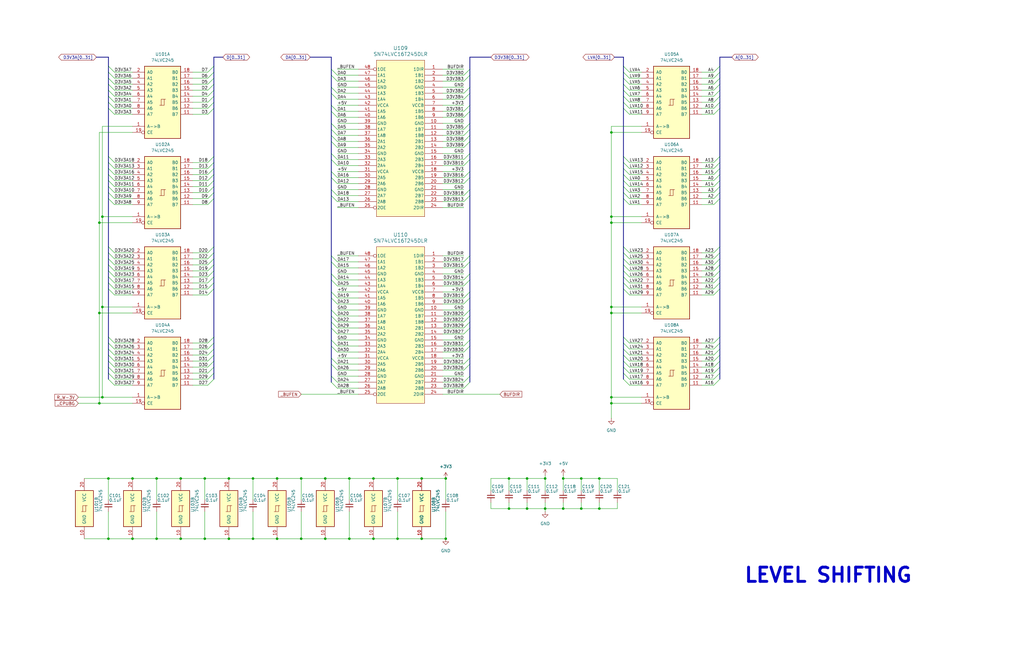
<source format=kicad_sch>
(kicad_sch (version 20231120) (generator "eeschema") (generator_version "8.0")
  (paper "USLedger")
  (title_block (title "AmigaPCI 68040 Local Bus Card") (date "2024-07-21") (rev "3.0"))
  (junction (at 177.8 201.93))
  (junction (at 245.11 201.93))
  (junction (at 229.87 214.63))
  (junction (at 43.18 167.64))
  (junction (at 86.36 227.33))
  (junction (at 252.73 214.63))
  (junction (at 257.81 55.88))
  (junction (at 257.81 91.44))
  (junction (at 127 201.93))
  (junction (at 43.18 91.44))
  (junction (at 167.64 227.33))
  (junction (at 137.16 201.93))
  (junction (at 257.81 93.98))
  (junction (at 106.68 227.33))
  (junction (at 41.91 170.18))
  (junction (at 66.04 201.93))
  (junction (at 43.18 129.54))
  (junction (at 137.16 227.33))
  (junction (at 55.88 201.93))
  (junction (at 252.73 201.93))
  (junction (at 45.72 227.33))
  (junction (at 157.48 201.93))
  (junction (at 237.49 214.63))
  (junction (at 127 227.33))
  (junction (at 177.8 227.33))
  (junction (at 257.81 167.64))
  (junction (at 214.63 214.63))
  (junction (at 187.96 201.93))
  (junction (at 257.81 129.54))
  (junction (at 116.84 201.93))
  (junction (at 257.81 132.08))
  (junction (at 96.52 201.93))
  (junction (at 66.04 227.33))
  (junction (at 222.25 214.63))
  (junction (at 147.32 227.33))
  (junction (at 222.25 201.93))
  (junction (at 237.49 201.93))
  (junction (at 157.48 227.33))
  (junction (at 86.36 201.93))
  (junction (at 116.84 227.33))
  (junction (at 167.64 201.93))
  (junction (at 106.68 201.93))
  (junction (at 76.2 201.93))
  (junction (at 55.88 227.33))
  (junction (at 214.63 201.93))
  (junction (at 187.96 227.33))
  (junction (at 76.2 227.33))
  (junction (at 41.91 93.98))
  (junction (at 96.52 227.33))
  (junction (at 257.81 170.18))
  (junction (at 147.32 201.93))
  (junction (at 245.11 214.63))
  (junction (at 41.91 132.08))
  (junction (at 229.87 201.93))
  (junction (at 45.72 201.93))
  (bus_entry (at 262.89 43.18) (size 2.54 2.54))
  (bus_entry (at 139.7 115.57) (size 2.54 2.54))
  (bus_entry (at 198.12 130.81) (size -2.54 2.54))
  (bus_entry (at 90.17 149.86) (size -2.54 2.54))
  (bus_entry (at 45.72 35.56) (size 2.54 2.54))
  (bus_entry (at 198.12 46.99) (size -2.54 2.54))
  (bus_entry (at 303.53 43.18) (size -2.54 2.54))
  (bus_entry (at 45.72 121.92) (size 2.54 2.54))
  (bus_entry (at 45.72 157.48) (size 2.54 2.54))
  (bus_entry (at 303.53 144.78) (size -2.54 2.54))
  (bus_entry (at 139.7 123.19) (size 2.54 2.54))
  (bus_entry (at 198.12 64.77) (size -2.54 2.54))
  (bus_entry (at 303.53 73.66) (size -2.54 2.54))
  (bus_entry (at 139.7 135.89) (size 2.54 2.54))
  (bus_entry (at 45.72 149.86) (size 2.54 2.54))
  (bus_entry (at 90.17 147.32) (size -2.54 2.54))
  (bus_entry (at 303.53 76.2) (size -2.54 2.54))
  (bus_entry (at 303.53 109.22) (size -2.54 2.54))
  (bus_entry (at 198.12 57.15) (size -2.54 2.54))
  (bus_entry (at 139.7 39.37) (size 2.54 2.54))
  (bus_entry (at 198.12 54.61) (size -2.54 2.54))
  (bus_entry (at 262.89 35.56) (size 2.54 2.54))
  (bus_entry (at 90.17 160.02) (size -2.54 2.54))
  (bus_entry (at 303.53 121.92) (size -2.54 2.54))
  (bus_entry (at 139.7 158.75) (size 2.54 2.54))
  (bus_entry (at 45.72 114.3) (size 2.54 2.54))
  (bus_entry (at 45.72 78.74) (size 2.54 2.54))
  (bus_entry (at 303.53 152.4) (size -2.54 2.54))
  (bus_entry (at 90.17 81.28) (size -2.54 2.54))
  (bus_entry (at 262.89 40.64) (size 2.54 2.54))
  (bus_entry (at 90.17 154.94) (size -2.54 2.54))
  (bus_entry (at 45.72 142.24) (size 2.54 2.54))
  (bus_entry (at 139.7 74.93) (size 2.54 2.54))
  (bus_entry (at 45.72 76.2) (size 2.54 2.54))
  (bus_entry (at 262.89 157.48) (size 2.54 2.54))
  (bus_entry (at 45.72 160.02) (size 2.54 2.54))
  (bus_entry (at 90.17 144.78) (size -2.54 2.54))
  (bus_entry (at 303.53 66.04) (size -2.54 2.54))
  (bus_entry (at 45.72 66.04) (size 2.54 2.54))
  (bus_entry (at 198.12 118.11) (size -2.54 2.54))
  (bus_entry (at 90.17 116.84) (size -2.54 2.54))
  (bus_entry (at 198.12 151.13) (size -2.54 2.54))
  (bus_entry (at 45.72 27.94) (size 2.54 2.54))
  (bus_entry (at 198.12 39.37) (size -2.54 2.54))
  (bus_entry (at 198.12 115.57) (size -2.54 2.54))
  (bus_entry (at 139.7 44.45) (size 2.54 2.54))
  (bus_entry (at 262.89 78.74) (size 2.54 2.54))
  (bus_entry (at 303.53 111.76) (size -2.54 2.54))
  (bus_entry (at 303.53 71.12) (size -2.54 2.54))
  (bus_entry (at 198.12 72.39) (size -2.54 2.54))
  (bus_entry (at 90.17 66.04) (size -2.54 2.54))
  (bus_entry (at 45.72 119.38) (size 2.54 2.54))
  (bus_entry (at 90.17 38.1) (size -2.54 2.54))
  (bus_entry (at 198.12 82.55) (size -2.54 2.54))
  (bus_entry (at 303.53 35.56) (size -2.54 2.54))
  (bus_entry (at 198.12 123.19) (size -2.54 2.54))
  (bus_entry (at 45.72 68.58) (size 2.54 2.54))
  (bus_entry (at 198.12 107.95) (size -2.54 2.54))
  (bus_entry (at 198.12 161.29) (size -2.54 2.54))
  (bus_entry (at 262.89 33.02) (size 2.54 2.54))
  (bus_entry (at 90.17 106.68) (size -2.54 2.54))
  (bus_entry (at 262.89 71.12) (size 2.54 2.54))
  (bus_entry (at 303.53 78.74) (size -2.54 2.54))
  (bus_entry (at 303.53 106.68) (size -2.54 2.54))
  (bus_entry (at 45.72 109.22) (size 2.54 2.54))
  (bus_entry (at 90.17 121.92) (size -2.54 2.54))
  (bus_entry (at 139.7 64.77) (size 2.54 2.54))
  (bus_entry (at 139.7 161.29) (size 2.54 2.54))
  (bus_entry (at 303.53 81.28) (size -2.54 2.54))
  (bus_entry (at 139.7 118.11) (size 2.54 2.54))
  (bus_entry (at 262.89 152.4) (size 2.54 2.54))
  (bus_entry (at 262.89 83.82) (size 2.54 2.54))
  (bus_entry (at 303.53 147.32) (size -2.54 2.54))
  (bus_entry (at 90.17 73.66) (size -2.54 2.54))
  (bus_entry (at 262.89 119.38) (size 2.54 2.54))
  (bus_entry (at 262.89 106.68) (size 2.54 2.54))
  (bus_entry (at 90.17 45.72) (size -2.54 2.54))
  (bus_entry (at 45.72 154.94) (size 2.54 2.54))
  (bus_entry (at 198.12 133.35) (size -2.54 2.54))
  (bus_entry (at 198.12 80.01) (size -2.54 2.54))
  (bus_entry (at 262.89 142.24) (size 2.54 2.54))
  (bus_entry (at 198.12 59.69) (size -2.54 2.54))
  (bus_entry (at 262.89 38.1) (size 2.54 2.54))
  (bus_entry (at 303.53 83.82) (size -2.54 2.54))
  (bus_entry (at 139.7 31.75) (size 2.54 2.54))
  (bus_entry (at 90.17 35.56) (size -2.54 2.54))
  (bus_entry (at 303.53 30.48) (size -2.54 2.54))
  (bus_entry (at 45.72 81.28) (size 2.54 2.54))
  (bus_entry (at 139.7 67.31) (size 2.54 2.54))
  (bus_entry (at 90.17 111.76) (size -2.54 2.54))
  (bus_entry (at 139.7 133.35) (size 2.54 2.54))
  (bus_entry (at 45.72 104.14) (size 2.54 2.54))
  (bus_entry (at 139.7 36.83) (size 2.54 2.54))
  (bus_entry (at 198.12 158.75) (size -2.54 2.54))
  (bus_entry (at 139.7 146.05) (size 2.54 2.54))
  (bus_entry (at 303.53 38.1) (size -2.54 2.54))
  (bus_entry (at 303.53 104.14) (size -2.54 2.54))
  (bus_entry (at 90.17 119.38) (size -2.54 2.54))
  (bus_entry (at 303.53 116.84) (size -2.54 2.54))
  (bus_entry (at 90.17 109.22) (size -2.54 2.54))
  (bus_entry (at 198.12 146.05) (size -2.54 2.54))
  (bus_entry (at 262.89 76.2) (size 2.54 2.54))
  (bus_entry (at 262.89 27.94) (size 2.54 2.54))
  (bus_entry (at 90.17 157.48) (size -2.54 2.54))
  (bus_entry (at 139.7 54.61) (size 2.54 2.54))
  (bus_entry (at 45.72 40.64) (size 2.54 2.54))
  (bus_entry (at 139.7 46.99) (size 2.54 2.54))
  (bus_entry (at 303.53 154.94) (size -2.54 2.54))
  (bus_entry (at 262.89 68.58) (size 2.54 2.54))
  (bus_entry (at 303.53 33.02) (size -2.54 2.54))
  (bus_entry (at 45.72 116.84) (size 2.54 2.54))
  (bus_entry (at 303.53 27.94) (size -2.54 2.54))
  (bus_entry (at 198.12 110.49) (size -2.54 2.54))
  (bus_entry (at 303.53 119.38) (size -2.54 2.54))
  (bus_entry (at 262.89 45.72) (size 2.54 2.54))
  (bus_entry (at 198.12 31.75) (size -2.54 2.54))
  (bus_entry (at 262.89 149.86) (size 2.54 2.54))
  (bus_entry (at 198.12 153.67) (size -2.54 2.54))
  (bus_entry (at 45.72 147.32) (size 2.54 2.54))
  (bus_entry (at 139.7 143.51) (size 2.54 2.54))
  (bus_entry (at 45.72 30.48) (size 2.54 2.54))
  (bus_entry (at 90.17 40.64) (size -2.54 2.54))
  (bus_entry (at 45.72 144.78) (size 2.54 2.54))
  (bus_entry (at 90.17 83.82) (size -2.54 2.54))
  (bus_entry (at 45.72 83.82) (size 2.54 2.54))
  (bus_entry (at 45.72 152.4) (size 2.54 2.54))
  (bus_entry (at 262.89 66.04) (size 2.54 2.54))
  (bus_entry (at 139.7 130.81) (size 2.54 2.54))
  (bus_entry (at 303.53 40.64) (size -2.54 2.54))
  (bus_entry (at 303.53 114.3) (size -2.54 2.54))
  (bus_entry (at 303.53 157.48) (size -2.54 2.54))
  (bus_entry (at 139.7 107.95) (size 2.54 2.54))
  (bus_entry (at 198.12 138.43) (size -2.54 2.54))
  (bus_entry (at 45.72 38.1) (size 2.54 2.54))
  (bus_entry (at 90.17 78.74) (size -2.54 2.54))
  (bus_entry (at 262.89 81.28) (size 2.54 2.54))
  (bus_entry (at 90.17 152.4) (size -2.54 2.54))
  (bus_entry (at 45.72 71.12) (size 2.54 2.54))
  (bus_entry (at 262.89 111.76) (size 2.54 2.54))
  (bus_entry (at 262.89 73.66) (size 2.54 2.54))
  (bus_entry (at 139.7 138.43) (size 2.54 2.54))
  (bus_entry (at 139.7 80.01) (size 2.54 2.54))
  (bus_entry (at 45.72 43.18) (size 2.54 2.54))
  (bus_entry (at 262.89 109.22) (size 2.54 2.54))
  (bus_entry (at 262.89 160.02) (size 2.54 2.54))
  (bus_entry (at 45.72 111.76) (size 2.54 2.54))
  (bus_entry (at 198.12 52.07) (size -2.54 2.54))
  (bus_entry (at 90.17 33.02) (size -2.54 2.54))
  (bus_entry (at 139.7 153.67) (size 2.54 2.54))
  (bus_entry (at 303.53 142.24) (size -2.54 2.54))
  (bus_entry (at 90.17 142.24) (size -2.54 2.54))
  (bus_entry (at 262.89 154.94) (size 2.54 2.54))
  (bus_entry (at 139.7 59.69) (size 2.54 2.54))
  (bus_entry (at 139.7 110.49) (size 2.54 2.54))
  (bus_entry (at 262.89 144.78) (size 2.54 2.54))
  (bus_entry (at 90.17 30.48) (size -2.54 2.54))
  (bus_entry (at 198.12 36.83) (size -2.54 2.54))
  (bus_entry (at 198.12 143.51) (size -2.54 2.54))
  (bus_entry (at 198.12 74.93) (size -2.54 2.54))
  (bus_entry (at 198.12 135.89) (size -2.54 2.54))
  (bus_entry (at 90.17 104.14) (size -2.54 2.54))
  (bus_entry (at 90.17 27.94) (size -2.54 2.54))
  (bus_entry (at 262.89 114.3) (size 2.54 2.54))
  (bus_entry (at 139.7 57.15) (size 2.54 2.54))
  (bus_entry (at 90.17 71.12) (size -2.54 2.54))
  (bus_entry (at 139.7 82.55) (size 2.54 2.54))
  (bus_entry (at 45.72 73.66) (size 2.54 2.54))
  (bus_entry (at 45.72 106.68) (size 2.54 2.54))
  (bus_entry (at 198.12 67.31) (size -2.54 2.54))
  (bus_entry (at 303.53 160.02) (size -2.54 2.54))
  (bus_entry (at 45.72 45.72) (size 2.54 2.54))
  (bus_entry (at 90.17 114.3) (size -2.54 2.54))
  (bus_entry (at 303.53 68.58) (size -2.54 2.54))
  (bus_entry (at 262.89 121.92) (size 2.54 2.54))
  (bus_entry (at 198.12 44.45) (size -2.54 2.54))
  (bus_entry (at 198.12 29.21) (size -2.54 2.54))
  (bus_entry (at 262.89 147.32) (size 2.54 2.54))
  (bus_entry (at 262.89 104.14) (size 2.54 2.54))
  (bus_entry (at 139.7 72.39) (size 2.54 2.54))
  (bus_entry (at 139.7 29.21) (size 2.54 2.54))
  (bus_entry (at 90.17 68.58) (size -2.54 2.54))
  (bus_entry (at 90.17 43.18) (size -2.54 2.54))
  (bus_entry (at 262.89 30.48) (size 2.54 2.54))
  (bus_entry (at 90.17 76.2) (size -2.54 2.54))
  (bus_entry (at 198.12 125.73) (size -2.54 2.54))
  (bus_entry (at 303.53 45.72) (size -2.54 2.54))
  (bus_entry (at 45.72 33.02) (size 2.54 2.54))
  (bus_entry (at 139.7 125.73) (size 2.54 2.54))
  (bus_entry (at 303.53 149.86) (size -2.54 2.54))
  (bus_entry (at 139.7 52.07) (size 2.54 2.54))
  (bus_entry (at 262.89 116.84) (size 2.54 2.54))
  (bus_entry (at 139.7 151.13) (size 2.54 2.54))
  (wire (pts (xy 142.24 49.53) (xy 151.13 49.53)))
  (wire (pts (xy 81.28 86.36) (xy 87.63 86.36)))
  (wire (pts (xy 48.26 81.28) (xy 55.88 81.28)))
  (wire (pts (xy 142.24 29.21) (xy 151.13 29.21)))
  (wire (pts (xy 186.69 57.15) (xy 195.58 57.15)))
  (wire (pts (xy 186.69 138.43) (xy 195.58 138.43)))
  (wire (pts (xy 265.43 68.58) (xy 270.51 68.58)))
  (bus (pts (xy 262.89 121.92) (xy 262.89 119.38)))
  (bus (pts (xy 262.89 68.58) (xy 262.89 66.04)))
  (bus (pts (xy 262.89 149.86) (xy 262.89 147.32)))
  (bus (pts (xy 303.53 43.18) (xy 303.53 40.64)))
  (wire (pts (xy 81.28 40.64) (xy 87.63 40.64)))
  (wire (pts (xy 187.96 201.93) (xy 187.96 210.82)))
  (wire (pts (xy 265.43 35.56) (xy 270.51 35.56)))
  (wire (pts (xy 43.18 129.54) (xy 55.88 129.54)))
  (wire (pts (xy 43.18 167.64) (xy 55.88 167.64)))
  (bus (pts (xy 262.89 38.1) (xy 262.89 35.56)))
  (bus (pts (xy 90.17 83.82) (xy 90.17 81.28)))
  (wire (pts (xy 43.18 129.54) (xy 43.18 167.64)))
  (bus (pts (xy 139.7 107.95) (xy 139.7 82.55)))
  (wire (pts (xy 229.87 214.63) (xy 229.87 215.9)))
  (wire (pts (xy 252.73 214.63) (xy 260.35 214.63)))
  (wire (pts (xy 167.64 227.33) (xy 157.48 227.33)))
  (wire (pts (xy 81.28 111.76) (xy 87.63 111.76)))
  (wire (pts (xy 48.26 45.72) (xy 55.88 45.72)))
  (wire (pts (xy 186.69 151.13) (xy 195.58 151.13)))
  (wire (pts (xy 48.26 73.66) (xy 55.88 73.66)))
  (wire (pts (xy 300.99 30.48) (xy 295.91 30.48)))
  (bus (pts (xy 139.7 44.45) (xy 139.7 39.37)))
  (wire (pts (xy 48.26 83.82) (xy 55.88 83.82)))
  (bus (pts (xy 303.53 83.82) (xy 303.53 81.28)))
  (bus (pts (xy 303.53 45.72) (xy 303.53 43.18)))
  (wire (pts (xy 81.28 33.02) (xy 87.63 33.02)))
  (wire (pts (xy 265.43 43.18) (xy 270.51 43.18)))
  (wire (pts (xy 186.69 125.73) (xy 195.58 125.73)))
  (wire (pts (xy 142.24 44.45) (xy 151.13 44.45)))
  (bus (pts (xy 90.17 76.2) (xy 90.17 73.66)))
  (wire (pts (xy 300.99 162.56) (xy 295.91 162.56)))
  (bus (pts (xy 45.72 40.64) (xy 45.72 38.1)))
  (wire (pts (xy 186.69 82.55) (xy 195.58 82.55)))
  (bus (pts (xy 198.12 52.07) (xy 198.12 46.99)))
  (wire (pts (xy 86.36 201.93) (xy 96.52 201.93)))
  (wire (pts (xy 260.35 201.93) (xy 260.35 207.01)))
  (wire (pts (xy 86.36 227.33) (xy 76.2 227.33)))
  (bus (pts (xy 45.72 27.94) (xy 45.72 24.13)))
  (wire (pts (xy 147.32 201.93) (xy 147.32 210.82)))
  (bus (pts (xy 90.17 71.12) (xy 90.17 68.58)))
  (wire (pts (xy 66.04 227.33) (xy 55.88 227.33)))
  (wire (pts (xy 186.69 113.03) (xy 195.58 113.03)))
  (bus (pts (xy 303.53 106.68) (xy 303.53 104.14)))
  (bus (pts (xy 45.72 81.28) (xy 45.72 78.74)))
  (wire (pts (xy 300.99 144.78) (xy 295.91 144.78)))
  (wire (pts (xy 252.73 201.93) (xy 252.73 207.01)))
  (wire (pts (xy 300.99 86.36) (xy 295.91 86.36)))
  (wire (pts (xy 81.28 160.02) (xy 87.63 160.02)))
  (wire (pts (xy 186.69 140.97) (xy 195.58 140.97)))
  (bus (pts (xy 45.72 109.22) (xy 45.72 106.68)))
  (wire (pts (xy 81.28 83.82) (xy 87.63 83.82)))
  (bus (pts (xy 303.53 27.94) (xy 303.53 24.13)))
  (bus (pts (xy 303.53 66.04) (xy 303.53 45.72)))
  (wire (pts (xy 86.36 215.9) (xy 86.36 227.33)))
  (wire (pts (xy 81.28 124.46) (xy 87.63 124.46)))
  (wire (pts (xy 147.32 215.9) (xy 147.32 227.33)))
  (wire (pts (xy 186.69 153.67) (xy 195.58 153.67)))
  (bus (pts (xy 198.12 67.31) (xy 198.12 64.77)))
  (bus (pts (xy 262.89 66.04) (xy 262.89 45.72)))
  (bus (pts (xy 198.12 123.19) (xy 198.12 118.11)))
  (bus (pts (xy 139.7 74.93) (xy 139.7 80.01)))
  (bus (pts (xy 303.53 35.56) (xy 303.53 33.02)))
  (wire (pts (xy 41.91 93.98) (xy 55.88 93.98)))
  (bus (pts (xy 262.89 73.66) (xy 262.89 71.12)))
  (wire (pts (xy 300.99 33.02) (xy 295.91 33.02)))
  (wire (pts (xy 142.24 125.73) (xy 151.13 125.73)))
  (bus (pts (xy 198.12 118.11) (xy 198.12 115.57)))
  (bus (pts (xy 262.89 116.84) (xy 262.89 114.3)))
  (wire (pts (xy 300.99 35.56) (xy 295.91 35.56)))
  (wire (pts (xy 186.69 49.53) (xy 195.58 49.53)))
  (wire (pts (xy 300.99 48.26) (xy 295.91 48.26)))
  (bus (pts (xy 90.17 45.72) (xy 90.17 43.18)))
  (bus (pts (xy 139.7 36.83) (xy 139.7 31.75)))
  (bus (pts (xy 45.72 147.32) (xy 45.72 144.78)))
  (bus (pts (xy 303.53 38.1) (xy 303.53 35.56)))
  (wire (pts (xy 142.24 140.97) (xy 151.13 140.97)))
  (wire (pts (xy 229.87 201.93) (xy 229.87 207.01)))
  (wire (pts (xy 142.24 67.31) (xy 151.13 67.31)))
  (wire (pts (xy 265.43 83.82) (xy 270.51 83.82)))
  (wire (pts (xy 142.24 163.83) (xy 151.13 163.83)))
  (wire (pts (xy 186.69 123.19) (xy 195.58 123.19)))
  (wire (pts (xy 48.26 86.36) (xy 55.88 86.36)))
  (bus (pts (xy 303.53 24.13) (xy 308.61 24.13)))
  (wire (pts (xy 127 227.33) (xy 137.16 227.33)))
  (wire (pts (xy 222.25 201.93) (xy 229.87 201.93)))
  (wire (pts (xy 186.69 128.27) (xy 195.58 128.27)))
  (wire (pts (xy 245.11 201.93) (xy 252.73 201.93)))
  (bus (pts (xy 45.72 38.1) (xy 45.72 35.56)))
  (wire (pts (xy 237.49 201.93) (xy 245.11 201.93)))
  (wire (pts (xy 265.43 149.86) (xy 270.51 149.86)))
  (wire (pts (xy 142.24 39.37) (xy 151.13 39.37)))
  (bus (pts (xy 198.12 135.89) (xy 198.12 133.35)))
  (wire (pts (xy 187.96 215.9) (xy 187.96 227.33)))
  (wire (pts (xy 142.24 146.05) (xy 151.13 146.05)))
  (wire (pts (xy 43.18 91.44) (xy 43.18 53.34)))
  (wire (pts (xy 81.28 157.48) (xy 87.63 157.48)))
  (bus (pts (xy 198.12 44.45) (xy 198.12 39.37)))
  (bus (pts (xy 303.53 78.74) (xy 303.53 76.2)))
  (bus (pts (xy 303.53 154.94) (xy 303.53 152.4)))
  (bus (pts (xy 139.7 54.61) (xy 139.7 52.07)))
  (bus (pts (xy 139.7 59.69) (xy 139.7 57.15)))
  (bus (pts (xy 90.17 40.64) (xy 90.17 38.1)))
  (bus (pts (xy 198.12 115.57) (xy 198.12 110.49)))
  (bus (pts (xy 198.12 161.29) (xy 198.12 158.75)))
  (wire (pts (xy 48.26 78.74) (xy 55.88 78.74)))
  (bus (pts (xy 262.89 81.28) (xy 262.89 78.74)))
  (wire (pts (xy 48.26 162.56) (xy 55.88 162.56)))
  (wire (pts (xy 257.81 129.54) (xy 270.51 129.54)))
  (wire (pts (xy 260.35 212.09) (xy 260.35 214.63)))
  (wire (pts (xy 186.69 161.29) (xy 195.58 161.29)))
  (wire (pts (xy 229.87 212.09) (xy 229.87 214.63)))
  (bus (pts (xy 198.12 138.43) (xy 198.12 135.89)))
  (wire (pts (xy 265.43 147.32) (xy 270.51 147.32)))
  (wire (pts (xy 186.69 77.47) (xy 195.58 77.47)))
  (wire (pts (xy 257.81 55.88) (xy 257.81 91.44)))
  (wire (pts (xy 265.43 48.26) (xy 270.51 48.26)))
  (wire (pts (xy 186.69 64.77) (xy 195.58 64.77)))
  (bus (pts (xy 45.72 33.02) (xy 45.72 30.48)))
  (bus (pts (xy 198.12 107.95) (xy 198.12 82.55)))
  (wire (pts (xy 48.26 33.02) (xy 55.88 33.02)))
  (bus (pts (xy 262.89 104.14) (xy 262.89 83.82)))
  (bus (pts (xy 262.89 154.94) (xy 262.89 152.4)))
  (wire (pts (xy 265.43 119.38) (xy 270.51 119.38)))
  (wire (pts (xy 265.43 109.22) (xy 270.51 109.22)))
  (wire (pts (xy 265.43 154.94) (xy 270.51 154.94)))
  (wire (pts (xy 186.69 148.59) (xy 195.58 148.59)))
  (wire (pts (xy 142.24 138.43) (xy 151.13 138.43)))
  (bus (pts (xy 198.12 36.83) (xy 198.12 31.75)))
  (bus (pts (xy 262.89 109.22) (xy 262.89 106.68)))
  (bus (pts (xy 262.89 30.48) (xy 262.89 27.94)))
  (wire (pts (xy 252.73 212.09) (xy 252.73 214.63)))
  (wire (pts (xy 222.25 212.09) (xy 222.25 214.63)))
  (wire (pts (xy 142.24 62.23) (xy 151.13 62.23)))
  (bus (pts (xy 139.7 67.31) (xy 139.7 64.77)))
  (bus (pts (xy 303.53 71.12) (xy 303.53 68.58)))
  (wire (pts (xy 41.91 132.08) (xy 55.88 132.08)))
  (bus (pts (xy 139.7 153.67) (xy 139.7 158.75)))
  (bus (pts (xy 198.12 54.61) (xy 198.12 52.07)))
  (bus (pts (xy 259.08 24.13) (xy 262.89 24.13)))
  (wire (pts (xy 106.68 201.93) (xy 106.68 210.82)))
  (wire (pts (xy 81.28 144.78) (xy 87.63 144.78)))
  (bus (pts (xy 198.12 31.75) (xy 198.12 29.21)))
  (wire (pts (xy 142.24 107.95) (xy 151.13 107.95)))
  (wire (pts (xy 270.51 55.88) (xy 257.81 55.88)))
  (bus (pts (xy 139.7 118.11) (xy 139.7 115.57)))
  (bus (pts (xy 262.89 152.4) (xy 262.89 149.86)))
  (wire (pts (xy 300.99 160.02) (xy 295.91 160.02)))
  (bus (pts (xy 262.89 142.24) (xy 262.89 121.92)))
  (wire (pts (xy 187.96 227.33) (xy 177.8 227.33)))
  (wire (pts (xy 81.28 48.26) (xy 87.63 48.26)))
  (wire (pts (xy 245.11 201.93) (xy 245.11 207.01)))
  (bus (pts (xy 139.7 138.43) (xy 139.7 143.51)))
  (bus (pts (xy 45.72 73.66) (xy 45.72 71.12)))
  (wire (pts (xy 300.99 157.48) (xy 295.91 157.48)))
  (bus (pts (xy 90.17 35.56) (xy 90.17 33.02)))
  (wire (pts (xy 186.69 74.93) (xy 195.58 74.93)))
  (bus (pts (xy 139.7 31.75) (xy 139.7 29.21)))
  (wire (pts (xy 48.26 111.76) (xy 55.88 111.76)))
  (bus (pts (xy 262.89 76.2) (xy 262.89 73.66)))
  (wire (pts (xy 41.91 132.08) (xy 41.91 93.98)))
  (wire (pts (xy 257.81 132.08) (xy 257.81 167.64)))
  (wire (pts (xy 66.04 227.33) (xy 76.2 227.33)))
  (bus (pts (xy 45.72 43.18) (xy 45.72 40.64)))
  (wire (pts (xy 300.99 111.76) (xy 295.91 111.76)))
  (wire (pts (xy 142.24 69.85) (xy 151.13 69.85)))
  (wire (pts (xy 142.24 123.19) (xy 151.13 123.19)))
  (wire (pts (xy 270.51 170.18) (xy 257.81 170.18)))
  (bus (pts (xy 90.17 27.94) (xy 90.17 24.13)))
  (wire (pts (xy 142.24 41.91) (xy 151.13 41.91)))
  (bus (pts (xy 90.17 154.94) (xy 90.17 152.4)))
  (wire (pts (xy 265.43 38.1) (xy 270.51 38.1)))
  (bus (pts (xy 139.7 146.05) (xy 139.7 143.51)))
  (wire (pts (xy 33.02 167.64) (xy 43.18 167.64)))
  (wire (pts (xy 81.28 35.56) (xy 87.63 35.56)))
  (bus (pts (xy 303.53 160.02) (xy 303.53 157.48)))
  (wire (pts (xy 186.69 29.21) (xy 195.58 29.21)))
  (bus (pts (xy 262.89 35.56) (xy 262.89 33.02)))
  (bus (pts (xy 198.12 143.51) (xy 198.12 138.43)))
  (wire (pts (xy 245.11 214.63) (xy 252.73 214.63)))
  (wire (pts (xy 142.24 133.35) (xy 151.13 133.35)))
  (bus (pts (xy 139.7 74.93) (xy 139.7 72.39)))
  (wire (pts (xy 265.43 111.76) (xy 270.51 111.76)))
  (bus (pts (xy 45.72 114.3) (xy 45.72 111.76)))
  (wire (pts (xy 142.24 36.83) (xy 151.13 36.83)))
  (wire (pts (xy 265.43 40.64) (xy 270.51 40.64)))
  (bus (pts (xy 303.53 73.66) (xy 303.53 71.12)))
  (wire (pts (xy 33.02 170.18) (xy 41.91 170.18)))
  (wire (pts (xy 265.43 114.3) (xy 270.51 114.3)))
  (wire (pts (xy 142.24 158.75) (xy 151.13 158.75)))
  (wire (pts (xy 81.28 76.2) (xy 87.63 76.2)))
  (wire (pts (xy 270.51 132.08) (xy 257.81 132.08)))
  (wire (pts (xy 265.43 71.12) (xy 270.51 71.12)))
  (wire (pts (xy 300.99 116.84) (xy 295.91 116.84)))
  (bus (pts (xy 198.12 39.37) (xy 198.12 36.83)))
  (wire (pts (xy 41.91 93.98) (xy 41.91 55.88)))
  (wire (pts (xy 81.28 81.28) (xy 87.63 81.28)))
  (bus (pts (xy 139.7 110.49) (xy 139.7 115.57)))
  (bus (pts (xy 303.53 33.02) (xy 303.53 30.48)))
  (bus (pts (xy 139.7 153.67) (xy 139.7 151.13)))
  (wire (pts (xy 48.26 76.2) (xy 55.88 76.2)))
  (bus (pts (xy 139.7 29.21) (xy 139.7 24.13)))
  (wire (pts (xy 257.81 91.44) (xy 270.51 91.44)))
  (wire (pts (xy 142.24 120.65) (xy 151.13 120.65)))
  (wire (pts (xy 265.43 160.02) (xy 270.51 160.02)))
  (wire (pts (xy 142.24 143.51) (xy 151.13 143.51)))
  (bus (pts (xy 139.7 39.37) (xy 139.7 36.83)))
  (wire (pts (xy 142.24 153.67) (xy 151.13 153.67)))
  (bus (pts (xy 139.7 57.15) (xy 139.7 54.61)))
  (bus (pts (xy 303.53 40.64) (xy 303.53 38.1)))
  (bus (pts (xy 45.72 30.48) (xy 45.72 27.94)))
  (bus (pts (xy 139.7 161.29) (xy 139.7 158.75)))
  (wire (pts (xy 81.28 162.56) (xy 87.63 162.56)))
  (bus (pts (xy 262.89 111.76) (xy 262.89 109.22)))
  (wire (pts (xy 300.99 45.72) (xy 295.91 45.72)))
  (wire (pts (xy 167.64 201.93) (xy 167.64 210.82)))
  (wire (pts (xy 265.43 124.46) (xy 270.51 124.46)))
  (wire (pts (xy 186.69 110.49) (xy 195.58 110.49)))
  (wire (pts (xy 186.69 46.99) (xy 195.58 46.99)))
  (wire (pts (xy 81.28 147.32) (xy 87.63 147.32)))
  (wire (pts (xy 48.26 124.46) (xy 55.88 124.46)))
  (bus (pts (xy 90.17 66.04) (xy 90.17 45.72)))
  (bus (pts (xy 262.89 27.94) (xy 262.89 24.13)))
  (wire (pts (xy 142.24 64.77) (xy 151.13 64.77)))
  (bus (pts (xy 262.89 71.12) (xy 262.89 68.58)))
  (wire (pts (xy 55.88 201.93) (xy 66.04 201.93)))
  (bus (pts (xy 90.17 144.78) (xy 90.17 142.24)))
  (bus (pts (xy 90.17 81.28) (xy 90.17 78.74)))
  (wire (pts (xy 186.69 67.31) (xy 195.58 67.31)))
  (wire (pts (xy 142.24 118.11) (xy 151.13 118.11)))
  (bus (pts (xy 198.12 24.13) (xy 207.01 24.13)))
  (wire (pts (xy 265.43 116.84) (xy 270.51 116.84)))
  (bus (pts (xy 45.72 142.24) (xy 45.72 121.92)))
  (wire (pts (xy 186.69 130.81) (xy 195.58 130.81)))
  (wire (pts (xy 81.28 119.38) (xy 87.63 119.38)))
  (wire (pts (xy 257.81 93.98) (xy 257.81 129.54)))
  (bus (pts (xy 90.17 114.3) (xy 90.17 111.76)))
  (wire (pts (xy 300.99 149.86) (xy 295.91 149.86)))
  (wire (pts (xy 265.43 152.4) (xy 270.51 152.4)))
  (wire (pts (xy 207.01 201.93) (xy 207.01 207.01)))
  (bus (pts (xy 45.72 160.02) (xy 45.72 157.48)))
  (wire (pts (xy 48.26 154.94) (xy 55.88 154.94)))
  (wire (pts (xy 186.69 115.57) (xy 195.58 115.57)))
  (wire (pts (xy 300.99 119.38) (xy 295.91 119.38)))
  (bus (pts (xy 139.7 67.31) (xy 139.7 72.39)))
  (wire (pts (xy 142.24 57.15) (xy 151.13 57.15)))
  (wire (pts (xy 43.18 53.34) (xy 55.88 53.34)))
  (wire (pts (xy 186.69 118.11) (xy 195.58 118.11)))
  (wire (pts (xy 48.26 48.26) (xy 55.88 48.26)))
  (wire (pts (xy 186.69 85.09) (xy 195.58 85.09)))
  (wire (pts (xy 48.26 68.58) (xy 55.88 68.58)))
  (wire (pts (xy 186.69 39.37) (xy 195.58 39.37)))
  (wire (pts (xy 265.43 157.48) (xy 270.51 157.48)))
  (wire (pts (xy 265.43 86.36) (xy 270.51 86.36)))
  (wire (pts (xy 237.49 212.09) (xy 237.49 214.63)))
  (wire (pts (xy 186.69 143.51) (xy 195.58 143.51)))
  (wire (pts (xy 142.24 130.81) (xy 151.13 130.81)))
  (bus (pts (xy 262.89 157.48) (xy 262.89 154.94)))
  (bus (pts (xy 303.53 119.38) (xy 303.53 116.84)))
  (bus (pts (xy 45.72 154.94) (xy 45.72 152.4)))
  (wire (pts (xy 300.99 78.74) (xy 295.91 78.74)))
  (wire (pts (xy 245.11 212.09) (xy 245.11 214.63)))
  (bus (pts (xy 45.72 157.48) (xy 45.72 154.94)))
  (bus (pts (xy 198.12 57.15) (xy 198.12 54.61)))
  (wire (pts (xy 142.24 52.07) (xy 151.13 52.07)))
  (wire (pts (xy 229.87 214.63) (xy 237.49 214.63)))
  (wire (pts (xy 45.72 201.93) (xy 55.88 201.93)))
  (wire (pts (xy 300.99 109.22) (xy 295.91 109.22)))
  (bus (pts (xy 45.72 121.92) (xy 45.72 119.38)))
  (wire (pts (xy 186.69 54.61) (xy 195.58 54.61)))
  (wire (pts (xy 186.69 158.75) (xy 195.58 158.75)))
  (wire (pts (xy 300.99 81.28) (xy 295.91 81.28)))
  (wire (pts (xy 186.69 107.95) (xy 195.58 107.95)))
  (wire (pts (xy 142.24 135.89) (xy 151.13 135.89)))
  (bus (pts (xy 303.53 109.22) (xy 303.53 106.68)))
  (bus (pts (xy 262.89 114.3) (xy 262.89 111.76)))
  (bus (pts (xy 139.7 59.69) (xy 139.7 64.77)))
  (bus (pts (xy 139.7 110.49) (xy 139.7 107.95)))
  (wire (pts (xy 186.69 34.29) (xy 195.58 34.29)))
  (wire (pts (xy 81.28 45.72) (xy 87.63 45.72)))
  (wire (pts (xy 127 166.37) (xy 151.13 166.37)))
  (wire (pts (xy 41.91 170.18) (xy 41.91 132.08)))
  (bus (pts (xy 45.72 66.04) (xy 45.72 45.72)))
  (bus (pts (xy 90.17 38.1) (xy 90.17 35.56)))
  (wire (pts (xy 142.24 87.63) (xy 151.13 87.63)))
  (wire (pts (xy 137.16 201.93) (xy 147.32 201.93)))
  (wire (pts (xy 48.26 147.32) (xy 55.88 147.32)))
  (bus (pts (xy 139.7 118.11) (xy 139.7 123.19)))
  (wire (pts (xy 48.26 43.18) (xy 55.88 43.18)))
  (wire (pts (xy 214.63 212.09) (xy 214.63 214.63)))
  (bus (pts (xy 262.89 43.18) (xy 262.89 40.64)))
  (bus (pts (xy 198.12 133.35) (xy 198.12 130.81)))
  (wire (pts (xy 48.26 106.68) (xy 55.88 106.68)))
  (bus (pts (xy 90.17 142.24) (xy 90.17 121.92)))
  (wire (pts (xy 127 215.9) (xy 127 227.33)))
  (wire (pts (xy 257.81 167.64) (xy 257.81 170.18)))
  (bus (pts (xy 198.12 110.49) (xy 198.12 107.95)))
  (wire (pts (xy 106.68 227.33) (xy 96.52 227.33)))
  (wire (pts (xy 167.64 227.33) (xy 177.8 227.33)))
  (wire (pts (xy 300.99 147.32) (xy 295.91 147.32)))
  (wire (pts (xy 76.2 201.93) (xy 86.36 201.93)))
  (wire (pts (xy 35.56 201.93) (xy 45.72 201.93)))
  (bus (pts (xy 262.89 83.82) (xy 262.89 81.28)))
  (wire (pts (xy 265.43 106.68) (xy 270.51 106.68)))
  (wire (pts (xy 142.24 148.59) (xy 151.13 148.59)))
  (wire (pts (xy 257.81 167.64) (xy 270.51 167.64)))
  (wire (pts (xy 81.28 43.18) (xy 87.63 43.18)))
  (bus (pts (xy 45.72 71.12) (xy 45.72 68.58)))
  (wire (pts (xy 186.69 41.91) (xy 195.58 41.91)))
  (wire (pts (xy 147.32 227.33) (xy 137.16 227.33)))
  (wire (pts (xy 186.69 69.85) (xy 195.58 69.85)))
  (bus (pts (xy 90.17 152.4) (xy 90.17 149.86)))
  (wire (pts (xy 48.26 152.4) (xy 55.88 152.4)))
  (wire (pts (xy 81.28 149.86) (xy 87.63 149.86)))
  (wire (pts (xy 66.04 201.93) (xy 76.2 201.93)))
  (bus (pts (xy 90.17 111.76) (xy 90.17 109.22)))
  (bus (pts (xy 90.17 24.13) (xy 93.98 24.13)))
  (wire (pts (xy 265.43 73.66) (xy 270.51 73.66)))
  (wire (pts (xy 81.28 109.22) (xy 87.63 109.22)))
  (wire (pts (xy 81.28 154.94) (xy 87.63 154.94)))
  (wire (pts (xy 300.99 76.2) (xy 295.91 76.2)))
  (bus (pts (xy 262.89 40.64) (xy 262.89 38.1)))
  (bus (pts (xy 262.89 33.02) (xy 262.89 30.48)))
  (bus (pts (xy 90.17 119.38) (xy 90.17 116.84)))
  (wire (pts (xy 48.26 40.64) (xy 55.88 40.64)))
  (wire (pts (xy 45.72 201.93) (xy 45.72 210.82)))
  (bus (pts (xy 90.17 149.86) (xy 90.17 147.32)))
  (wire (pts (xy 300.99 71.12) (xy 295.91 71.12)))
  (wire (pts (xy 127 201.93) (xy 137.16 201.93)))
  (wire (pts (xy 142.24 54.61) (xy 151.13 54.61)))
  (wire (pts (xy 186.69 163.83) (xy 195.58 163.83)))
  (wire (pts (xy 48.26 121.92) (xy 55.88 121.92)))
  (wire (pts (xy 81.28 68.58) (xy 87.63 68.58)))
  (wire (pts (xy 45.72 227.33) (xy 55.88 227.33)))
  (bus (pts (xy 303.53 114.3) (xy 303.53 111.76)))
  (wire (pts (xy 142.24 156.21) (xy 151.13 156.21)))
  (wire (pts (xy 214.63 201.93) (xy 214.63 207.01)))
  (bus (pts (xy 139.7 138.43) (xy 139.7 135.89)))
  (bus (pts (xy 139.7 52.07) (xy 139.7 46.99)))
  (bus (pts (xy 262.89 106.68) (xy 262.89 104.14)))
  (bus (pts (xy 198.12 153.67) (xy 198.12 151.13)))
  (bus (pts (xy 262.89 160.02) (xy 262.89 157.48)))
  (bus (pts (xy 90.17 78.74) (xy 90.17 76.2)))
  (wire (pts (xy 81.28 152.4) (xy 87.63 152.4)))
  (wire (pts (xy 207.01 201.93) (xy 214.63 201.93)))
  (bus (pts (xy 303.53 104.14) (xy 303.53 83.82)))
  (bus (pts (xy 90.17 33.02) (xy 90.17 30.48)))
  (wire (pts (xy 300.99 114.3) (xy 295.91 114.3)))
  (bus (pts (xy 139.7 125.73) (xy 139.7 130.81)))
  (bus (pts (xy 45.72 144.78) (xy 45.72 142.24)))
  (bus (pts (xy 303.53 111.76) (xy 303.53 109.22)))
  (wire (pts (xy 81.28 73.66) (xy 87.63 73.66)))
  (wire (pts (xy 142.24 34.29) (xy 151.13 34.29)))
  (wire (pts (xy 43.18 91.44) (xy 55.88 91.44)))
  (wire (pts (xy 43.18 129.54) (xy 43.18 91.44)))
  (bus (pts (xy 45.72 45.72) (xy 45.72 43.18)))
  (bus (pts (xy 45.72 111.76) (xy 45.72 109.22)))
  (wire (pts (xy 48.26 160.02) (xy 55.88 160.02)))
  (wire (pts (xy 257.81 53.34) (xy 257.81 55.88)))
  (wire (pts (xy 300.99 68.58) (xy 295.91 68.58)))
  (wire (pts (xy 142.24 113.03) (xy 151.13 113.03)))
  (bus (pts (xy 90.17 121.92) (xy 90.17 119.38)))
  (bus (pts (xy 45.72 149.86) (xy 45.72 147.32)))
  (wire (pts (xy 48.26 116.84) (xy 55.88 116.84)))
  (wire (pts (xy 265.43 45.72) (xy 270.51 45.72)))
  (wire (pts (xy 186.69 166.37) (xy 210.82 166.37)))
  (wire (pts (xy 41.91 170.18) (xy 55.88 170.18)))
  (bus (pts (xy 198.12 151.13) (xy 198.12 146.05)))
  (wire (pts (xy 229.87 201.93) (xy 229.87 200.66)))
  (bus (pts (xy 198.12 46.99) (xy 198.12 44.45)))
  (bus (pts (xy 303.53 30.48) (xy 303.53 27.94)))
  (bus (pts (xy 90.17 106.68) (xy 90.17 104.14)))
  (wire (pts (xy 147.32 227.33) (xy 157.48 227.33)))
  (wire (pts (xy 300.99 43.18) (xy 295.91 43.18)))
  (wire (pts (xy 66.04 201.93) (xy 66.04 210.82)))
  (wire (pts (xy 300.99 152.4) (xy 295.91 152.4)))
  (wire (pts (xy 186.69 146.05) (xy 195.58 146.05)))
  (wire (pts (xy 265.43 144.78) (xy 270.51 144.78)))
  (bus (pts (xy 198.12 82.55) (xy 198.12 80.01)))
  (wire (pts (xy 214.63 214.63) (xy 222.25 214.63)))
  (wire (pts (xy 167.64 215.9) (xy 167.64 227.33)))
  (wire (pts (xy 300.99 121.92) (xy 295.91 121.92)))
  (wire (pts (xy 142.24 74.93) (xy 151.13 74.93)))
  (bus (pts (xy 45.72 35.56) (xy 45.72 33.02)))
  (wire (pts (xy 300.99 154.94) (xy 295.91 154.94)))
  (wire (pts (xy 48.26 119.38) (xy 55.88 119.38)))
  (wire (pts (xy 265.43 81.28) (xy 270.51 81.28)))
  (wire (pts (xy 127 201.93) (xy 127 210.82)))
  (bus (pts (xy 45.72 68.58) (xy 45.72 66.04)))
  (wire (pts (xy 186.69 72.39) (xy 195.58 72.39)))
  (wire (pts (xy 186.69 31.75) (xy 195.58 31.75)))
  (wire (pts (xy 106.68 201.93) (xy 116.84 201.93)))
  (wire (pts (xy 186.69 87.63) (xy 195.58 87.63)))
  (wire (pts (xy 270.51 93.98) (xy 257.81 93.98)))
  (wire (pts (xy 167.64 201.93) (xy 177.8 201.93)))
  (wire (pts (xy 270.51 53.34) (xy 257.81 53.34)))
  (bus (pts (xy 45.72 104.14) (xy 45.72 83.82)))
  (wire (pts (xy 81.28 121.92) (xy 87.63 121.92)))
  (wire (pts (xy 106.68 227.33) (xy 116.84 227.33)))
  (wire (pts (xy 265.43 162.56) (xy 270.51 162.56)))
  (bus (pts (xy 90.17 147.32) (xy 90.17 144.78)))
  (wire (pts (xy 186.69 59.69) (xy 195.58 59.69)))
  (wire (pts (xy 81.28 30.48) (xy 87.63 30.48)))
  (bus (pts (xy 303.53 147.32) (xy 303.53 144.78)))
  (wire (pts (xy 66.04 215.9) (xy 66.04 227.33)))
  (wire (pts (xy 186.69 36.83) (xy 195.58 36.83)))
  (bus (pts (xy 262.89 147.32) (xy 262.89 144.78)))
  (bus (pts (xy 198.12 74.93) (xy 198.12 72.39)))
  (bus (pts (xy 262.89 144.78) (xy 262.89 142.24)))
  (wire (pts (xy 86.36 227.33) (xy 96.52 227.33)))
  (bus (pts (xy 90.17 73.66) (xy 90.17 71.12)))
  (wire (pts (xy 207.01 212.09) (xy 207.01 214.63)))
  (wire (pts (xy 177.8 201.93) (xy 187.96 201.93)))
  (wire (pts (xy 157.48 201.93) (xy 167.64 201.93)))
  (wire (pts (xy 265.43 30.48) (xy 270.51 30.48)))
  (bus (pts (xy 45.72 76.2) (xy 45.72 73.66)))
  (wire (pts (xy 300.99 106.68) (xy 295.91 106.68)))
  (bus (pts (xy 90.17 157.48) (xy 90.17 154.94)))
  (wire (pts (xy 127 227.33) (xy 116.84 227.33)))
  (wire (pts (xy 48.26 149.86) (xy 55.88 149.86)))
  (wire (pts (xy 81.28 78.74) (xy 87.63 78.74)))
  (wire (pts (xy 147.32 201.93) (xy 157.48 201.93)))
  (wire (pts (xy 142.24 115.57) (xy 151.13 115.57)))
  (wire (pts (xy 186.69 156.21) (xy 195.58 156.21)))
  (bus (pts (xy 139.7 146.05) (xy 139.7 151.13)))
  (bus (pts (xy 303.53 76.2) (xy 303.53 73.66)))
  (wire (pts (xy 48.26 144.78) (xy 55.88 144.78)))
  (bus (pts (xy 198.12 158.75) (xy 198.12 153.67)))
  (bus (pts (xy 303.53 144.78) (xy 303.53 142.24)))
  (wire (pts (xy 300.99 124.46) (xy 295.91 124.46)))
  (bus (pts (xy 198.12 29.21) (xy 198.12 24.13)))
  (wire (pts (xy 142.24 59.69) (xy 151.13 59.69)))
  (wire (pts (xy 186.69 52.07) (xy 195.58 52.07)))
  (wire (pts (xy 142.24 110.49) (xy 151.13 110.49)))
  (wire (pts (xy 142.24 151.13) (xy 151.13 151.13)))
  (wire (pts (xy 252.73 201.93) (xy 260.35 201.93)))
  (bus (pts (xy 262.89 45.72) (xy 262.89 43.18)))
  (bus (pts (xy 139.7 125.73) (xy 139.7 123.19)))
  (bus (pts (xy 303.53 149.86) (xy 303.53 147.32)))
  (bus (pts (xy 303.53 152.4) (xy 303.53 149.86)))
  (bus (pts (xy 303.53 68.58) (xy 303.53 66.04)))
  (wire (pts (xy 300.99 73.66) (xy 295.91 73.66)))
  (bus (pts (xy 90.17 30.48) (xy 90.17 27.94)))
  (wire (pts (xy 81.28 114.3) (xy 87.63 114.3)))
  (wire (pts (xy 142.24 85.09) (xy 151.13 85.09)))
  (bus (pts (xy 90.17 68.58) (xy 90.17 66.04)))
  (wire (pts (xy 186.69 120.65) (xy 195.58 120.65)))
  (wire (pts (xy 265.43 76.2) (xy 270.51 76.2)))
  (wire (pts (xy 106.68 215.9) (xy 106.68 227.33)))
  (wire (pts (xy 186.69 80.01) (xy 195.58 80.01)))
  (bus (pts (xy 45.72 83.82) (xy 45.72 81.28)))
  (bus (pts (xy 198.12 80.01) (xy 198.12 74.93)))
  (bus (pts (xy 303.53 81.28) (xy 303.53 78.74)))
  (wire (pts (xy 186.69 44.45) (xy 195.58 44.45)))
  (wire (pts (xy 222.25 201.93) (xy 222.25 207.01)))
  (bus (pts (xy 198.12 125.73) (xy 198.12 123.19)))
  (wire (pts (xy 81.28 106.68) (xy 87.63 106.68)))
  (bus (pts (xy 90.17 116.84) (xy 90.17 114.3)))
  (wire (pts (xy 48.26 114.3) (xy 55.88 114.3)))
  (wire (pts (xy 48.26 35.56) (xy 55.88 35.56)))
  (bus (pts (xy 40.64 24.13) (xy 45.72 24.13)))
  (wire (pts (xy 257.81 129.54) (xy 257.81 132.08)))
  (wire (pts (xy 300.99 40.64) (xy 295.91 40.64)))
  (bus (pts (xy 45.72 78.74) (xy 45.72 76.2)))
  (bus (pts (xy 262.89 78.74) (xy 262.89 76.2)))
  (wire (pts (xy 265.43 121.92) (xy 270.51 121.92)))
  (wire (pts (xy 45.72 227.33) (xy 35.56 227.33)))
  (wire (pts (xy 142.24 128.27) (xy 151.13 128.27)))
  (wire (pts (xy 142.24 31.75) (xy 151.13 31.75)))
  (bus (pts (xy 139.7 82.55) (xy 139.7 80.01)))
  (bus (pts (xy 303.53 121.92) (xy 303.53 119.38)))
  (wire (pts (xy 86.36 201.93) (xy 86.36 210.82)))
  (wire (pts (xy 48.26 30.48) (xy 55.88 30.48)))
  (bus (pts (xy 198.12 64.77) (xy 198.12 59.69)))
  (wire (pts (xy 142.24 80.01) (xy 151.13 80.01)))
  (wire (pts (xy 186.69 133.35) (xy 195.58 133.35)))
  (bus (pts (xy 303.53 142.24) (xy 303.53 121.92)))
  (wire (pts (xy 237.49 200.66) (xy 237.49 201.93)))
  (wire (pts (xy 237.49 201.93) (xy 237.49 207.01)))
  (bus (pts (xy 90.17 104.14) (xy 90.17 83.82)))
  (wire (pts (xy 300.99 38.1) (xy 295.91 38.1)))
  (wire (pts (xy 45.72 215.9) (xy 45.72 227.33)))
  (wire (pts (xy 214.63 201.93) (xy 222.25 201.93)))
  (wire (pts (xy 81.28 38.1) (xy 87.63 38.1)))
  (wire (pts (xy 207.01 214.63) (xy 214.63 214.63)))
  (bus (pts (xy 198.12 130.81) (xy 198.12 125.73)))
  (wire (pts (xy 265.43 33.02) (xy 270.51 33.02)))
  (bus (pts (xy 90.17 43.18) (xy 90.17 40.64)))
  (wire (pts (xy 222.25 214.63) (xy 229.87 214.63)))
  (wire (pts (xy 186.69 62.23) (xy 195.58 62.23)))
  (bus (pts (xy 45.72 116.84) (xy 45.72 114.3)))
  (wire (pts (xy 257.81 170.18) (xy 257.81 176.53)))
  (bus (pts (xy 198.12 59.69) (xy 198.12 57.15)))
  (wire (pts (xy 265.43 78.74) (xy 270.51 78.74)))
  (bus (pts (xy 303.53 157.48) (xy 303.53 154.94)))
  (wire (pts (xy 48.26 157.48) (xy 55.88 157.48)))
  (wire (pts (xy 142.24 77.47) (xy 151.13 77.47)))
  (wire (pts (xy 41.91 55.88) (xy 55.88 55.88)))
  (bus (pts (xy 45.72 119.38) (xy 45.72 116.84)))
  (bus (pts (xy 139.7 135.89) (xy 139.7 133.35)))
  (wire (pts (xy 48.26 38.1) (xy 55.88 38.1)))
  (bus (pts (xy 262.89 119.38) (xy 262.89 116.84)))
  (bus (pts (xy 303.53 116.84) (xy 303.53 114.3)))
  (bus (pts (xy 90.17 109.22) (xy 90.17 106.68)))
  (wire (pts (xy 142.24 82.55) (xy 151.13 82.55)))
  (wire (pts (xy 116.84 201.93) (xy 127 201.93)))
  (wire (pts (xy 96.52 201.93) (xy 106.68 201.93)))
  (wire (pts (xy 48.26 109.22) (xy 55.88 109.22)))
  (wire (pts (xy 81.28 116.84) (xy 87.63 116.84)))
  (wire (pts (xy 142.24 72.39) (xy 151.13 72.39)))
  (wire (pts (xy 237.49 214.63) (xy 245.11 214.63)))
  (bus (pts (xy 90.17 160.02) (xy 90.17 157.48)))
  (bus (pts (xy 139.7 46.99) (xy 139.7 44.45)))
  (wire (pts (xy 142.24 161.29) (xy 151.13 161.29)))
  (bus (pts (xy 198.12 72.39) (xy 198.12 67.31)))
  (wire (pts (xy 257.81 91.44) (xy 257.81 93.98)))
  (bus (pts (xy 45.72 152.4) (xy 45.72 149.86)))
  (wire (pts (xy 186.69 135.89) (xy 195.58 135.89)))
  (wire (pts (xy 142.24 46.99) (xy 151.13 46.99)))
  (bus (pts (xy 45.72 106.68) (xy 45.72 104.14)))
  (wire (pts (xy 48.26 71.12) (xy 55.88 71.12)))
  (wire (pts (xy 300.99 83.82) (xy 295.91 83.82)))
  (bus (pts (xy 130.81 24.13) (xy 139.7 24.13)))
  (bus (pts (xy 198.12 146.05) (xy 198.12 143.51)))
  (bus (pts (xy 139.7 133.35) (xy 139.7 130.81)))
  (wire (pts (xy 81.28 71.12) (xy 87.63 71.12)))
  (text "LEVEL SHIFTING" (at 313.436 246.38 0) (effects (font (size 6 6) (thickness 1.2) (bold yes)) (justify left bottom)))
  (label "D4" (at 87.63 40.64 180))
  (label "DA0" (at 142.24 31.75 0))
  (label "BUFDIR" (at 195.58 29.21 180))
  (label "DA30" (at 142.24 148.59 0))
  (label "A30" (at 300.99 111.76 180))
  (label "D3V3A20" (at 48.26 106.68 0))
  (label "DA31" (at 142.24 146.05 0))
  (label "A20" (at 300.99 152.4 180))
  (label "A29" (at 300.99 124.46 180))
  (label "D3V3B10" (at 195.58 69.85 180))
  (label "LVA14" (at 265.43 78.74 0))
  (label "A18" (at 300.99 154.94 180))
  (label "D3V3B14" (at 195.58 118.11 180))
  (label "D3V3B15" (at 195.58 113.03 180))
  (label "D1" (at 87.63 43.18 180))
  (label "+5V" (at 142.24 44.45 0))
  (label "LVA0" (at 265.43 76.2 0))
  (label "D9" (at 87.63 83.82 180))
  (label "D3V3B11" (at 195.58 67.31 180))
  (label "D3V3B28" (at 195.58 163.83 180))
  (label "+3V3" (at 195.58 123.19 180))
  (label "LVA8" (at 265.43 43.18 0))
  (label "A6" (at 300.99 38.1 180))
  (label "D30" (at 87.63 154.94 180))
  (label "GND" (at 142.24 158.75 0))
  (label "LVA18" (at 265.43 154.94 0))
  (label "GND" (at 142.24 52.07 0))
  (label "DA14" (at 142.24 118.11 0))
  (label "GND" (at 142.24 64.77 0))
  (label "D18" (at 87.63 68.58 180))
  (label "GND" (at 142.24 143.51 0))
  (label "DA27" (at 142.24 140.97 0))
  (label "LVA19" (at 265.43 157.48 0))
  (label "D3V3A28" (at 48.26 144.78 0))
  (label "D3V3B4" (at 195.58 41.91 180))
  (label "LVA24" (at 265.43 147.32 0))
  (label "GND" (at 195.58 36.83 180))
  (label "LVA3" (at 265.43 81.28 0))
  (label "A4" (at 300.99 30.48 180))
  (label "D12" (at 87.63 76.2 180))
  (label "D3V3A25" (at 48.26 111.76 0))
  (label "LVA30" (at 265.43 111.76 0))
  (label "GND" (at 142.24 130.81 0))
  (label "DA29" (at 142.24 138.43 0))
  (label "_BUFEN" (at 142.24 107.95 0))
  (label "+3V3" (at 195.58 44.45 180))
  (label "D13" (at 87.63 71.12 180))
  (label "LVA25" (at 265.43 109.22 0))
  (label "D3V3B30" (at 195.58 148.59 180))
  (label "DA10" (at 142.24 69.85 0))
  (label "D6" (at 87.63 33.02 180))
  (label "D3V3B0" (at 195.58 31.75 180))
  (label "D0" (at 87.63 45.72 180))
  (label "D3V3A23" (at 48.26 116.84 0))
  (label "D3V3B21" (at 195.58 153.67 180))
  (label "A27" (at 300.99 144.78 180))
  (label "A12" (at 300.99 71.12 180))
  (label "D3V3A13" (at 48.26 71.12 0))
  (label "D28" (at 87.63 144.78 180))
  (label "LVA7" (at 265.43 40.64 0))
  (label "LVA12" (at 265.43 71.12 0))
  (label "D3V3A18" (at 48.26 68.58 0))
  (label "D27" (at 87.63 162.56 180))
  (label "_BUFEN" (at 142.24 166.37 0))
  (label "D5" (at 87.63 35.56 180))
  (label "DA2" (at 142.24 39.37 0))
  (label "BUFDIR" (at 195.58 87.63 180))
  (label "D3V3B25" (at 195.58 120.65 180))
  (label "DA17" (at 142.24 110.49 0))
  (label "D3V3A16" (at 48.26 73.66 0))
  (label "D7" (at 87.63 30.48 180))
  (label "D3V3A27" (at 48.26 162.56 0))
  (label "LVA21" (at 265.43 149.86 0))
  (label "LVA6" (at 265.43 38.1 0))
  (label "D3V3A9" (at 48.26 83.82 0))
  (label "A10" (at 300.99 45.72 180))
  (label "LVA29" (at 265.43 124.46 0))
  (label "D3V3B19" (at 195.58 125.73 180))
  (label "LVA23" (at 265.43 106.68 0))
  (label "D2" (at 87.63 38.1 180))
  (label "A9" (at 300.99 33.02 180))
  (label "D8" (at 87.63 86.36 180))
  (label "D23" (at 87.63 116.84 180))
  (label "A1" (at 300.99 86.36 180))
  (label "D3V3A6" (at 48.26 33.02 0))
  (label "D3V3A1" (at 48.26 43.18 0))
  (label "A31" (at 300.99 121.92 180))
  (label "BUFDIR" (at 195.58 166.37 180))
  (label "DA7" (at 142.24 57.15 0))
  (label "A15" (at 300.99 73.66 180))
  (label "LVA27" (at 265.43 144.78 0))
  (label "DA21" (at 142.24 153.67 0))
  (label "D3V3B18" (at 195.58 82.55 180))
  (label "D3V3B31" (at 195.58 146.05 180))
  (label "_BUFEN" (at 142.24 87.63 0))
  (label "D29" (at 87.63 160.02 180))
  (label "A3" (at 300.99 81.28 180))
  (label "DA1" (at 142.24 46.99 0))
  (label "D3V3A5" (at 48.26 35.56 0))
  (label "D3" (at 87.63 48.26 180))
  (label "D11" (at 87.63 78.74 180))
  (label "+5V" (at 142.24 151.13 0))
  (label "A22" (at 300.99 119.38 180))
  (label "GND" (at 142.24 36.83 0))
  (label "DA22" (at 142.24 135.89 0))
  (label "DA18" (at 142.24 82.55 0))
  (label "A14" (at 300.99 78.74 180))
  (label "LVA31" (at 265.43 121.92 0))
  (label "D3V3B20" (at 195.58 133.35 180))
  (label "D21" (at 87.63 157.48 180))
  (label "DA25" (at 142.24 120.65 0))
  (label "A19" (at 300.99 157.48 180))
  (label "LVA9" (at 265.43 33.02 0))
  (label "LVA1" (at 265.43 86.36 0))
  (label "A13" (at 300.99 68.58 180))
  (label "DA28" (at 142.24 163.83 0))
  (label "D3V3B23" (at 195.58 128.27 180))
  (label "D3V3A22" (at 48.26 109.22 0))
  (label "D3V3A30" (at 48.26 154.94 0))
  (label "A5" (at 300.99 35.56 180))
  (label "D3V3B5" (at 195.58 54.61 180))
  (label "DA24" (at 142.24 161.29 0))
  (label "LVA20" (at 265.43 152.4 0))
  (label "GND" (at 142.24 115.57 0))
  (label "LVA13" (at 265.43 68.58 0))
  (label "D3V3B9" (at 195.58 62.23 180))
  (label "D3V3B16" (at 195.58 74.93 180))
  (label "D3V3A21" (at 48.26 157.48 0))
  (label "A17" (at 300.99 160.02 180))
  (label "+5V" (at 142.24 72.39 0))
  (label "D3V3B2" (at 195.58 39.37 180))
  (label "A24" (at 300.99 147.32 180))
  (label "DA3" (at 142.24 34.29 0))
  (label "D3V3A19" (at 48.26 114.3 0))
  (label "D3V3A3" (at 48.26 48.26 0))
  (label "D3V3A26" (at 48.26 147.32 0))
  (label "A0" (at 300.99 76.2 180))
  (label "GND" (at 195.58 130.81 180))
  (label "LVA26" (at 265.43 116.84 0))
  (label "LVA2" (at 265.43 83.82 0))
  (label "D20" (at 87.63 106.68 180))
  (label "D3V3B6" (at 195.58 49.53 180))
  (label "LVA4" (at 265.43 30.48 0))
  (label "A23" (at 300.99 106.68 180))
  (label "A28" (at 300.99 114.3 180))
  (label "D3V3B27" (at 195.58 140.97 180))
  (label "D26" (at 87.63 147.32 180))
  (label "D15" (at 87.63 121.92 180))
  (label "D3V3B26" (at 195.58 156.21 180))
  (label "+3V3" (at 195.58 72.39 180))
  (label "GND" (at 195.58 80.01 180))
  (label "GND" (at 195.58 158.75 180))
  (label "D24" (at 87.63 149.86 180))
  (label "LVA28" (at 265.43 114.3 0))
  (label "D3V3A10" (at 48.26 81.28 0))
  (label "D3V3A24" (at 48.26 149.86 0))
  (label "D3V3B3" (at 195.58 34.29 180))
  (label "LVA17" (at 265.43 160.02 0))
  (label "BUFDIR" (at 195.58 107.95 180))
  (label "D3V3A29" (at 48.26 160.02 0))
  (label "A7" (at 300.99 40.64 180))
  (label "A2" (at 300.99 83.82 180))
  (label "D3V3B1" (at 195.58 46.99 180))
  (label "DA19" (at 142.24 125.73 0))
  (label "DA23" (at 142.24 128.27 0))
  (label "D3V3B17" (at 195.58 110.49 180))
  (label "A8" (at 300.99 43.18 180))
  (label "D3V3B8" (at 195.58 59.69 180))
  (label "DA12" (at 142.24 77.47 0))
  (label "D22" (at 87.63 109.22 180))
  (label "GND" (at 142.24 80.01 0))
  (label "LVA5" (at 265.43 35.56 0))
  (label "LVA11" (at 265.43 48.26 0))
  (label "DA9" (at 142.24 62.23 0))
  (label "DA4" (at 142.24 41.91 0))
  (label "D3V3A17" (at 48.26 119.38 0))
  (label "D14" (at 87.63 124.46 180))
  (label "A11" (at 300.99 48.26 180))
  (label "DA5" (at 142.24 54.61 0))
  (label "DA11" (at 142.24 67.31 0))
  (label "LVA22" (at 265.43 119.38 0))
  (label "DA16" (at 142.24 74.93 0))
  (label "D3V3A4" (at 48.26 40.64 0))
  (label "D25" (at 87.63 111.76 180))
  (label "A16" (at 300.99 162.56 180))
  (label "DA15" (at 142.24 113.03 0))
  (label "D3V3A11" (at 48.26 78.74 0))
  (label "D31" (at 87.63 152.4 180))
  (label "LVA16" (at 265.43 162.56 0))
  (label "D16" (at 87.63 73.66 180))
  (label "LVA15" (at 265.43 73.66 0))
  (label "GND" (at 195.58 115.57 180))
  (label "A25" (at 300.99 109.22 180))
  (label "D19" (at 87.63 114.3 180))
  (label "+3V3" (at 195.58 151.13 180))
  (label "GND" (at 195.58 143.51 180))
  (label "GND" (at 195.58 52.07 180))
  (label "D3V3B24" (at 195.58 161.29 180))
  (label "DA26" (at 142.24 156.21 0))
  (label "D3V3A8" (at 48.26 86.36 0))
  (label "D3V3B22" (at 195.58 135.89 180))
  (label "A26" (at 300.99 116.84 180))
  (label "D3V3A31" (at 48.26 152.4 0))
  (label "D10" (at 87.63 81.28 180))
  (label "D3V3A12" (at 48.26 76.2 0))
  (label "D3V3B13" (at 195.58 85.09 180))
  (label "D3V3B7" (at 195.58 57.15 180))
  (label "DA8" (at 142.24 59.69 0))
  (label "D3V3A7" (at 48.26 30.48 0))
  (label "A21" (at 300.99 149.86 180))
  (label "DA13" (at 142.24 85.09 0))
  (label "GND" (at 195.58 64.77 180))
  (label "D3V3A0" (at 48.26 45.72 0))
  (label "LVA10" (at 265.43 45.72 0))
  (label "D3V3A15" (at 48.26 121.92 0))
  (label "D17" (at 87.63 119.38 180))
  (label "D3V3B29" (at 195.58 138.43 180))
  (label "D3V3B12" (at 195.58 77.47 180))
  (label "D3V3A14" (at 48.26 124.46 0))
  (label "_BUFEN" (at 142.24 29.21 0))
  (label "DA20" (at 142.24 133.35 0))
  (label "+5V" (at 142.24 123.19 0))
  (label "D3V3A2" (at 48.26 38.1 0))
  (label "DA6" (at 142.24 49.53 0))
  (global_label "DA[0..31]" (shape bidirectional) (at 130.81 24.13 180) (property "Intersheetrefs" "${INTERSHEET_REFS}" (at 118.872 24.13 0) (effects (justify right))))
  (global_label "_BUFEN" (shape input) (at 127 166.37 180) (property "Intersheetrefs" "${INTERSHEET_REFS}" (at 118.11 166.37 0) (effects (justify right))))
  (global_label "BUFDIR" (shape input) (at 210.82 166.37 0) (property "Intersheetrefs" "${INTERSHEET_REFS}" (at 219.71 166.624 0) (effects (justify left))))
  (global_label "R_W-3V" (shape input) (at 33.02 167.64 180) (property "Intersheetrefs" "${INTERSHEET_REFS}" (at 22.606 167.894 0) (effects (justify right))))
  (global_label "_CPUBG" (shape input) (at 33.02 170.18 180) (property "Intersheetrefs" "${INTERSHEET_REFS}" (at 23.368 170.18 0) (effects (justify right))))
  (global_label "A[0..31]" (shape bidirectional) (at 308.61 24.13 0) (property "Intersheetrefs" "${INTERSHEET_REFS}" (at 304.927 21.209 0) (effects (justify left))))
  (global_label "LVA[0..31]" (shape bidirectional) (at 259.08 24.13 180) (property "Intersheetrefs" "${INTERSHEET_REFS}" (at 245.2467 24.13 0) (effects (justify right))))
  (global_label "D[0..31]" (shape bidirectional) (at 93.98 24.13 0) (property "Intersheetrefs" "${INTERSHEET_REFS}" (at 104.902 24.13 0) (effects (justify left))))
  (global_label "D3V3B[0..31]" (shape bidirectional) (at 207.01 24.13 0) (property "Intersheetrefs" "${INTERSHEET_REFS}" (at 216.408 27.178 0) (effects (justify left))))
  (global_label "D3V3A[0..31]" (shape bidirectional) (at 40.64 24.13 180) (property "Intersheetrefs" "${INTERSHEET_REFS}" (at 31.242 27.178 0) (effects (justify right))))
  (symbol (lib_id "AmigaPCI-Symbols:74LVC245") (at 68.58 43.18 0) (unit 1)
    (property "Reference" "U101" (at 68.58 22.86 0))
    (property "Value" "74LVC245" (at 68.58 25.4 0))
    (property "Footprint" "Package_SO:TSSOP-20_4.4x6.5mm_P0.65mm" (effects (hide yes)))
    (property "Datasheet" "http://www.ti.com/lit/gpn/sn74LS245" (effects (hide yes)))
    (property "Description" "Octal BUS Transceivers, 3-State outputs" (effects (hide yes)))
  )
  (symbol (lib_id "AmigaPCI-Symbols:74LVC245") (at 116.84 214.63 0) (unit 2)
    (property "Reference" "U105" (at 121.92 216.154 90) (effects (justify left)))
    (property "Value" "74LVC245" (at 123.698 216.154 90) (effects (justify left)))
    (property "Footprint" "Package_SO:TSSOP-20_4.4x6.5mm_P0.65mm" (effects (hide yes)))
    (property "Datasheet" "http://www.ti.com/lit/gpn/sn74LS245" (effects (hide yes)))
    (property "Description" "Octal BUS Transceivers, 3-State outputs" (effects (hide yes)))
  )
  (symbol (lib_id "AmigaPCI-Symbols:74LVC245") (at 137.16 214.63 0) (unit 2)
    (property "Reference" "U106" (at 142.24 216.154 90) (effects (justify left)))
    (property "Value" "74LVC245" (at 144.018 216.154 90) (effects (justify left)))
    (property "Footprint" "Package_SO:TSSOP-20_4.4x6.5mm_P0.65mm" (effects (hide yes)))
    (property "Datasheet" "http://www.ti.com/lit/gpn/sn74LS245" (effects (hide yes)))
    (property "Description" "Octal BUS Transceivers, 3-State outputs" (effects (hide yes)))
  )
  (symbol (lib_id "AmigaPCI-Symbols:74LVC245") (at 283.21 43.18 0) (unit 1)
    (property "Reference" "U105" (at 283.21 22.86 0))
    (property "Value" "74LVC245" (at 283.21 25.4 0))
    (property "Footprint" "Package_SO:TSSOP-20_4.4x6.5mm_P0.65mm" (effects (hide yes)))
    (property "Datasheet" "http://www.ti.com/lit/gpn/sn74LS245" (effects (hide yes)))
    (property "Description" "Octal BUS Transceivers, 3-State outputs" (effects (hide yes)))
  )
  (symbol (lib_id "Device:C_Small") (at 245.11 209.55 0) (unit 1)
    (property "Reference" "C119" (at 245.364 205.343 0) (effects (justify left)))
    (property "Value" "0.1uF" (at 245.364 207.264 0) (effects (justify left)))
    (property "Footprint" "Capacitor_SMD:C_0603_1608Metric" (effects (hide yes)))
  )
  (symbol (lib_id "Device:C_Small") (at 86.36 213.36 0) (unit 1)
    (property "Reference" "C103" (at 86.614 209.153 0) (effects (justify left)))
    (property "Value" "0.1uF" (at 86.614 211.074 0) (effects (justify left)))
    (property "Footprint" "Capacitor_SMD:C_0603_1608Metric" (effects (hide yes)))
  )
  (symbol (lib_id "AmigaPCI-Symbols:74LVC245") (at 283.21 81.28 0) (unit 1)
    (property "Reference" "U106" (at 283.21 60.96 0))
    (property "Value" "74LVC245" (at 283.21 63.5 0))
    (property "Footprint" "Package_SO:TSSOP-20_4.4x6.5mm_P0.65mm" (effects (hide yes)))
    (property "Datasheet" "http://www.ti.com/lit/gpn/sn74LS245" (effects (hide yes)))
    (property "Description" "Octal BUS Transceivers, 3-State outputs" (effects (hide yes)))
  )
  (symbol (lib_id "Device:C_Small") (at 187.96 213.36 0) (unit 1)
    (property "Reference" "C108" (at 188.214 209.153 0) (effects (justify left)))
    (property "Value" "0.1uF" (at 188.214 211.074 0) (effects (justify left)))
    (property "Footprint" "Capacitor_SMD:C_0603_1608Metric" (effects (hide yes)))
  )
  (symbol (lib_id "power:+3V3") (at 187.96 201.93 0) (unit 1)
    (property "Reference" "#PWR05" (effects (hide yes)))
    (property "Value" "+3V3" (at 187.96 196.85 0))
    (property "Description" "Power symbol creates a global label with name \"+3V3\"" (effects (hide yes)))
  )
  (symbol (lib_id "Device:C_Small") (at 147.32 213.36 0) (unit 1)
    (property "Reference" "C106" (at 147.574 209.153 0) (effects (justify left)))
    (property "Value" "0.1uF" (at 147.574 211.074 0) (effects (justify left)))
    (property "Footprint" "Capacitor_SMD:C_0603_1608Metric" (effects (hide yes)))
  )
  (symbol (lib_id "AmigaPCI-Symbols:SN74LVC16T245DLR") (at 168.91 135.89 0) (mirror y) (unit 1)
    (property "Reference" "U110" (at 168.91 99.06 0) (effects (font (size 1.524 1.524))))
    (property "Value" "SN74LVC16T245DLR" (at 168.91 101.6 0) (effects (font (size 1.524 1.524))))
    (property "Footprint" "AmigaPCI:48-BSSOP" (effects (hide yes)))
    (property "Datasheet" "SN74LVC16T245DLR" (effects (hide yes)))
  )
  (symbol (lib_name "GND_1") (lib_id "power:GND") (at 257.81 176.53 0) (unit 1)
    (property "Reference" "#PWR04" (effects (hide yes)))
    (property "Value" "GND" (at 257.81 181.61 0))
    (property "Description" "Power symbol creates a global label with name \"GND\" , ground" (effects (hide yes)))
  )
  (symbol (lib_id "Device:C_Small") (at 207.01 209.55 0) (unit 1)
    (property "Reference" "C109" (at 207.264 205.343 0) (effects (justify left)))
    (property "Value" "0.1uF" (at 207.264 207.264 0) (effects (justify left)))
    (property "Footprint" "Capacitor_SMD:C_0603_1608Metric" (effects (hide yes)))
  )
  (symbol (lib_id "Device:C_Small") (at 214.63 209.55 0) (unit 1)
    (property "Reference" "C110" (at 214.884 205.343 0) (effects (justify left)))
    (property "Value" "0.1uF" (at 214.884 207.264 0) (effects (justify left)))
    (property "Footprint" "Capacitor_SMD:C_0603_1608Metric" (effects (hide yes)))
  )
  (symbol (lib_name "GND_2") (lib_id "power:GND") (at 229.87 215.9 0) (unit 1)
    (property "Reference" "#PWR07" (effects (hide yes)))
    (property "Value" "GND" (at 229.87 220.98 0))
    (property "Description" "Power symbol creates a global label with name \"GND\" , ground" (effects (hide yes)))
  )
  (symbol (lib_id "Device:C_Small") (at 252.73 209.55 0) (unit 1)
    (property "Reference" "C120" (at 252.984 205.343 0) (effects (justify left)))
    (property "Value" "0.1uF" (at 252.984 207.264 0) (effects (justify left)))
    (property "Footprint" "Capacitor_SMD:C_0603_1608Metric" (effects (hide yes)))
  )
  (symbol (lib_id "AmigaPCI-Symbols:74LVC245") (at 96.52 214.63 0) (unit 2)
    (property "Reference" "U104" (at 101.6 216.154 90) (effects (justify left)))
    (property "Value" "74LVC245" (at 103.378 216.154 90) (effects (justify left)))
    (property "Footprint" "Package_SO:TSSOP-20_4.4x6.5mm_P0.65mm" (effects (hide yes)))
    (property "Datasheet" "http://www.ti.com/lit/gpn/sn74LS245" (effects (hide yes)))
    (property "Description" "Octal BUS Transceivers, 3-State outputs" (effects (hide yes)))
  )
  (symbol (lib_id "Device:C_Small") (at 45.72 213.36 0) (unit 1)
    (property "Reference" "C101" (at 45.974 209.153 0) (effects (justify left)))
    (property "Value" "0.1uF" (at 45.974 211.074 0) (effects (justify left)))
    (property "Footprint" "Capacitor_SMD:C_0603_1608Metric" (effects (hide yes)))
  )
  (symbol (lib_id "AmigaPCI-Symbols:74LVC245") (at 177.8 214.63 0) (unit 2)
    (property "Reference" "U108" (at 182.88 216.154 90) (effects (justify left)))
    (property "Value" "74LVC245" (at 184.658 216.154 90) (effects (justify left)))
    (property "Footprint" "Package_SO:TSSOP-20_4.4x6.5mm_P0.65mm" (effects (hide yes)))
    (property "Datasheet" "http://www.ti.com/lit/gpn/sn74LS245" (effects (hide yes)))
    (property "Description" "Octal BUS Transceivers, 3-State outputs" (effects (hide yes)))
  )
  (symbol (lib_id "Device:C_Small") (at 229.87 209.55 0) (unit 1)
    (property "Reference" "C112" (at 230.124 205.343 0) (effects (justify left)))
    (property "Value" "0.1uF" (at 230.124 207.264 0) (effects (justify left)))
    (property "Footprint" "Capacitor_SMD:C_0603_1608Metric" (effects (hide yes)))
  )
  (symbol (lib_id "AmigaPCI-Symbols:74LVC245") (at 68.58 81.28 0) (unit 1)
    (property "Reference" "U102" (at 68.58 60.96 0))
    (property "Value" "74LVC245" (at 68.58 63.5 0))
    (property "Footprint" "Package_SO:TSSOP-20_4.4x6.5mm_P0.65mm" (effects (hide yes)))
    (property "Datasheet" "http://www.ti.com/lit/gpn/sn74LS245" (effects (hide yes)))
    (property "Description" "Octal BUS Transceivers, 3-State outputs" (effects (hide yes)))
  )
  (symbol (lib_id "AmigaPCI-Symbols:74LVC245") (at 35.56 214.63 0) (unit 2)
    (property "Reference" "U101" (at 40.64 216.154 90) (effects (justify left)))
    (property "Value" "74LVC245" (at 42.418 216.154 90) (effects (justify left)))
    (property "Footprint" "Package_SO:TSSOP-20_4.4x6.5mm_P0.65mm" (effects (hide yes)))
    (property "Datasheet" "http://www.ti.com/lit/gpn/sn74LS245" (effects (hide yes)))
    (property "Description" "Octal BUS Transceivers, 3-State outputs" (effects (hide yes)))
  )
  (symbol (lib_id "Device:C_Small") (at 260.35 209.55 0) (unit 1)
    (property "Reference" "C121" (at 260.604 205.343 0) (effects (justify left)))
    (property "Value" "0.1uF" (at 260.604 207.264 0) (effects (justify left)))
    (property "Footprint" "Capacitor_SMD:C_0603_1608Metric" (effects (hide yes)))
  )
  (symbol (lib_id "Device:C_Small") (at 237.49 209.55 0) (unit 1)
    (property "Reference" "C118" (at 237.744 205.343 0) (effects (justify left)))
    (property "Value" "0.1uF" (at 237.744 207.264 0) (effects (justify left)))
    (property "Footprint" "Capacitor_SMD:C_0603_1608Metric" (effects (hide yes)))
  )
  (symbol (lib_id "AmigaPCI-Symbols:74LVC245") (at 283.21 157.48 0) (unit 1)
    (property "Reference" "U108" (at 283.21 137.16 0))
    (property "Value" "74LVC245" (at 283.21 139.7 0))
    (property "Footprint" "Package_SO:TSSOP-20_4.4x6.5mm_P0.65mm" (effects (hide yes)))
    (property "Datasheet" "http://www.ti.com/lit/gpn/sn74LS245" (effects (hide yes)))
    (property "Description" "Octal BUS Transceivers, 3-State outputs" (effects (hide yes)))
  )
  (symbol (lib_id "power:+3V3") (at 229.87 200.66 0) (unit 1)
    (property "Reference" "#PWR06" (effects (hide yes)))
    (property "Value" "+3V3" (at 229.87 195.58 0))
    (property "Description" "Power symbol creates a global label with name \"+3V3\"" (effects (hide yes)))
  )
  (symbol (lib_id "AmigaPCI-Symbols:74LVC245") (at 68.58 119.38 0) (unit 1)
    (property "Reference" "U103" (at 68.58 99.06 0))
    (property "Value" "74LVC245" (at 68.58 101.6 0))
    (property "Footprint" "Package_SO:TSSOP-20_4.4x6.5mm_P0.65mm" (effects (hide yes)))
    (property "Datasheet" "http://www.ti.com/lit/gpn/sn74LS245" (effects (hide yes)))
    (property "Description" "Octal BUS Transceivers, 3-State outputs" (effects (hide yes)))
  )
  (symbol (lib_id "Device:C_Small") (at 106.68 213.36 0) (unit 1)
    (property "Reference" "C104" (at 106.934 209.153 0) (effects (justify left)))
    (property "Value" "0.1uF" (at 106.934 211.074 0) (effects (justify left)))
    (property "Footprint" "Capacitor_SMD:C_0603_1608Metric" (effects (hide yes)))
  )
  (symbol (lib_id "AmigaPCI-Symbols:74LVC245") (at 55.88 214.63 0) (unit 2)
    (property "Reference" "U102" (at 60.96 216.154 90) (effects (justify left)))
    (property "Value" "74LVC245" (at 62.738 216.154 90) (effects (justify left)))
    (property "Footprint" "Package_SO:TSSOP-20_4.4x6.5mm_P0.65mm" (effects (hide yes)))
    (property "Datasheet" "http://www.ti.com/lit/gpn/sn74LS245" (effects (hide yes)))
    (property "Description" "Octal BUS Transceivers, 3-State outputs" (effects (hide yes)))
  )
  (symbol (lib_id "Device:C_Small") (at 167.64 213.36 0) (unit 1)
    (property "Reference" "C107" (at 167.894 209.153 0) (effects (justify left)))
    (property "Value" "0.1uF" (at 167.894 211.074 0) (effects (justify left)))
    (property "Footprint" "Capacitor_SMD:C_0603_1608Metric" (effects (hide yes)))
  )
  (symbol (lib_id "Device:C_Small") (at 66.04 213.36 0) (unit 1)
    (property "Reference" "C102" (at 66.294 209.153 0) (effects (justify left)))
    (property "Value" "0.1uF" (at 66.294 211.074 0) (effects (justify left)))
    (property "Footprint" "Capacitor_SMD:C_0603_1608Metric" (effects (hide yes)))
  )
  (symbol (lib_id "AmigaPCI-Symbols:74LVC245") (at 76.2 214.63 0) (unit 2)
    (property "Reference" "U103" (at 81.28 216.154 90) (effects (justify left)))
    (property "Value" "74LVC245" (at 83.058 216.154 90) (effects (justify left)))
    (property "Footprint" "Package_SO:TSSOP-20_4.4x6.5mm_P0.65mm" (effects (hide yes)))
    (property "Datasheet" "http://www.ti.com/lit/gpn/sn74LS245" (effects (hide yes)))
    (property "Description" "Octal BUS Transceivers, 3-State outputs" (effects (hide yes)))
  )
  (symbol (lib_name "GND_2") (lib_id "power:GND") (at 187.96 227.33 0) (unit 1)
    (property "Reference" "#PWR040" (effects (hide yes)))
    (property "Value" "GND" (at 187.96 232.41 0))
    (property "Description" "Power symbol creates a global label with name \"GND\" , ground" (effects (hide yes)))
  )
  (symbol (lib_id "AmigaPCI-Symbols:74LVC245") (at 157.48 214.63 0) (unit 2)
    (property "Reference" "U107" (at 162.56 216.154 90) (effects (justify left)))
    (property "Value" "74LVC245" (at 164.338 216.154 90) (effects (justify left)))
    (property "Footprint" "Package_SO:TSSOP-20_4.4x6.5mm_P0.65mm" (effects (hide yes)))
    (property "Datasheet" "http://www.ti.com/lit/gpn/sn74LS245" (effects (hide yes)))
    (property "Description" "Octal BUS Transceivers, 3-State outputs" (effects (hide yes)))
  )
  (symbol (lib_id "Device:C_Small") (at 222.25 209.55 0) (unit 1)
    (property "Reference" "C111" (at 222.504 205.343 0) (effects (justify left)))
    (property "Value" "0.1uF" (at 222.504 207.264 0) (effects (justify left)))
    (property "Footprint" "Capacitor_SMD:C_0603_1608Metric" (effects (hide yes)))
  )
  (symbol (lib_id "AmigaPCI-Symbols:SN74LVC16T245DLR") (at 168.91 57.15 0) (mirror y) (unit 1)
    (property "Reference" "U109" (at 168.91 20.32 0) (effects (font (size 1.524 1.524))))
    (property "Value" "SN74LVC16T245DLR" (at 168.91 22.86 0) (effects (font (size 1.524 1.524))))
    (property "Footprint" "AmigaPCI:48-BSSOP" (effects (hide yes)))
    (property "Datasheet" "SN74LVC16T245DLR" (effects (hide yes)))
  )
  (symbol (lib_id "power:+5V") (at 237.49 200.66 0) (unit 1)
    (property "Reference" "#PWR047" (effects (hide yes)))
    (property "Value" "+5V" (at 237.49 195.58 0))
    (property "Description" "Power symbol creates a global label with name \"+5V\"" (effects (hide yes)))
  )
  (symbol (lib_id "AmigaPCI-Symbols:74LVC245") (at 68.58 157.48 0) (unit 1)
    (property "Reference" "U104" (at 68.58 137.16 0))
    (property "Value" "74LVC245" (at 68.58 139.7 0))
    (property "Footprint" "Package_SO:TSSOP-20_4.4x6.5mm_P0.65mm" (effects (hide yes)))
    (property "Datasheet" "http://www.ti.com/lit/gpn/sn74LS245" (effects (hide yes)))
    (property "Description" "Octal BUS Transceivers, 3-State outputs" (effects (hide yes)))
  )
  (symbol (lib_id "Device:C_Small") (at 127 213.36 0) (unit 1)
    (property "Reference" "C105" (at 127.254 209.153 0) (effects (justify left)))
    (property "Value" "0.1uF" (at 127.254 211.074 0) (effects (justify left)))
    (property "Footprint" "Capacitor_SMD:C_0603_1608Metric" (effects (hide yes)))
  )
  (symbol (lib_id "AmigaPCI-Symbols:74LVC245") (at 283.21 119.38 0) (unit 1)
    (property "Reference" "U107" (at 283.21 99.06 0))
    (property "Value" "74LVC245" (at 283.21 101.6 0))
    (property "Footprint" "Package_SO:TSSOP-20_4.4x6.5mm_P0.65mm" (effects (hide yes)))
    (property "Datasheet" "http://www.ti.com/lit/gpn/sn74LS245" (effects (hide yes)))
    (property "Description" "Octal BUS Transceivers, 3-State outputs" (effects (hide yes)))
  )
)
</source>
